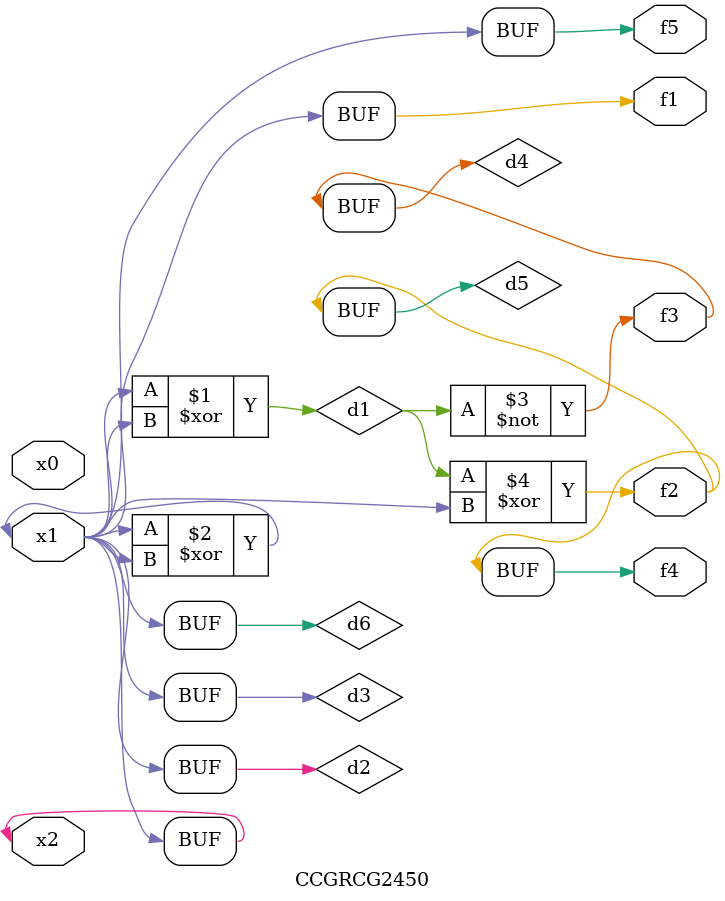
<source format=v>
module CCGRCG2450(
	input x0, x1, x2,
	output f1, f2, f3, f4, f5
);

	wire d1, d2, d3, d4, d5, d6;

	xor (d1, x1, x2);
	buf (d2, x1, x2);
	xor (d3, x1, x2);
	nor (d4, d1);
	xor (d5, d1, d2);
	buf (d6, d2, d3);
	assign f1 = d6;
	assign f2 = d5;
	assign f3 = d4;
	assign f4 = d5;
	assign f5 = d6;
endmodule

</source>
